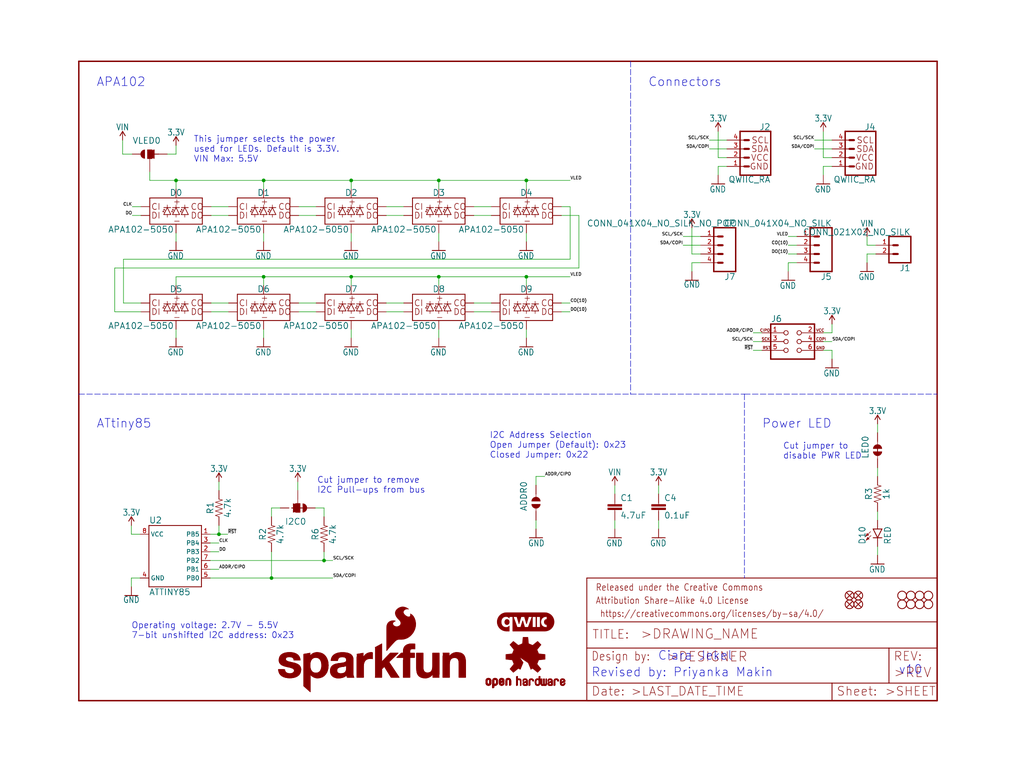
<source format=kicad_sch>
(kicad_sch (version 20211123) (generator eeschema)
  (paper "User" 297.002 223.926)
  (lib_symbols
    (symbol "eagleSchem-eagle-import:0.1UF-0603-25V-(+80{slash}-20%)"
      (property "Reference" "C" (at 1.524 2.921 0))
      (property "Value" "0.1UF-0603-25V-(+80{slash}-20%)" (at 1.524 -2.159 0))
      (symbol "0.1UF-0603-25V-(+80{slash}-20%)_1_0"
        (pin passive line (at 0 5.08 270) (length 2.54) (name "1") (number "1"))
        (pin passive line (at 0 -2.54 90) (length 2.54) (name "2") (number "2"))
      )
    )
    (symbol "eagleSchem-eagle-import:1KOHM-0603-1{slash}10W-1%"
      (property "Reference" "R" (at 0 1.524 0))
      (property "Value" "1KOHM-0603-1{slash}10W-1%" (at 0 -1.524 0))
      (symbol "1KOHM-0603-1{slash}10W-1%_1_0"
        (pin passive line (at -5.08 0 0) (length 2.54) (name "1") (number "1"))
        (pin passive line (at 5.08 0 180) (length 2.54) (name "2") (number "2"))
      )
    )
    (symbol "eagleSchem-eagle-import:3.3V" (power)
      (property "Value" "3.3V" (at 0 2.794 0))
      (symbol "3.3V_1_0"
        (pin power_in line (at 0 0 90) (length 2.54) (name "3.3V") (number "1"))
      )
    )
    (symbol "eagleSchem-eagle-import:4.7KOHM-0603-1{slash}10W-1%"
      (property "Reference" "R" (at 0 1.524 0))
      (property "Value" "4.7KOHM-0603-1{slash}10W-1%" (at 0 -1.524 0))
      (symbol "4.7KOHM-0603-1{slash}10W-1%_1_0"
        (pin passive line (at -5.08 0 0) (length 2.54) (name "1") (number "1"))
        (pin passive line (at 5.08 0 180) (length 2.54) (name "2") (number "2"))
      )
    )
    (symbol "eagleSchem-eagle-import:4.7UF-0603-6.3V-(10%)"
      (property "Reference" "C" (at 1.524 2.921 0))
      (property "Value" "4.7UF-0603-6.3V-(10%)" (at 1.524 -2.159 0))
      (symbol "4.7UF-0603-6.3V-(10%)_1_0"
        (pin passive line (at 0 5.08 270) (length 2.54) (name "1") (number "1"))
        (pin passive line (at 0 -2.54 90) (length 2.54) (name "2") (number "2"))
      )
    )
    (symbol "eagleSchem-eagle-import:APA102-5050"
      (property "Reference" "D" (at 4.826 5.334 0))
      (property "Value" "APA102-5050" (at 5.588 -4.826 0))
      (symbol "APA102-5050_1_0"
        (text "+" (at 0.254 4.064 0) (effects (font (size 1.778 1.778))))
        (text "-" (at 0.254 -1.524 0) (effects (font (size 1.778 1.778))))
        (text "CI" (at -5.842 2.54 0) (effects (font (size 1.778 1.778))))
        (text "CO" (at 6.096 2.54 0) (effects (font (size 1.778 1.778))))
        (text "DI" (at -5.842 0 0) (effects (font (size 1.778 1.778))))
        (text "DO" (at 6.096 0 0) (effects (font (size 1.778 1.778))))
        (pin bidirectional line (at -10.16 0 0) (length 2.54) (name "DI") (number "P1"))
        (pin bidirectional line (at -10.16 2.54 0) (length 2.54) (name "CI") (number "P2"))
        (pin bidirectional line (at 0 -5.08 90) (length 2.54) (name "GND") (number "P3"))
        (pin bidirectional line (at 0 7.62 270) (length 2.54) (name "VCC") (number "P4"))
        (pin bidirectional line (at 10.16 2.54 180) (length 2.54) (name "CO") (number "P5"))
        (pin bidirectional line (at 10.16 0 180) (length 2.54) (name "DO") (number "P6"))
      )
    )
    (symbol "eagleSchem-eagle-import:ATTINY85"
      (property "Reference" "U" (at -7.62 8.128 0))
      (property "Value" "ATTINY85" (at -7.62 -12.7 0))
      (symbol "ATTINY85_1_0"
        (pin bidirectional line (at 10.16 5.08 180) (length 2.54) (name "PB5") (number "1"))
        (pin bidirectional line (at 10.16 0 180) (length 2.54) (name "PB3") (number "2"))
        (pin bidirectional line (at 10.16 2.54 180) (length 2.54) (name "PB4") (number "3"))
        (pin bidirectional line (at -10.16 -7.62 0) (length 2.54) (name "GND") (number "4"))
        (pin bidirectional line (at 10.16 -7.62 180) (length 2.54) (name "PB0") (number "5"))
        (pin bidirectional line (at 10.16 -5.08 180) (length 2.54) (name "PB1") (number "6"))
        (pin bidirectional line (at 10.16 -2.54 180) (length 2.54) (name "PB2") (number "7"))
        (pin bidirectional line (at -10.16 5.08 0) (length 2.54) (name "VCC") (number "8"))
      )
    )
    (symbol "eagleSchem-eagle-import:AVR_SPI_PROG_3X2TESTPOINTS"
      (property "Reference" "J" (at -5.08 5.588 0))
      (property "Value" "AVR_SPI_PROG_3X2TESTPOINTS" (at -5.08 -7.366 0))
      (symbol "AVR_SPI_PROG_3X2TESTPOINTS_1_0"
        (text "CIPO" (at -5.207 2.794 0) (effects (font (size 0.8128 0.8128)) (justify right bottom)))
        (text "COPI" (at 8.001 0.254 0) (effects (font (size 0.8128 0.8128)) (justify left bottom)))
        (text "GND" (at 8.001 -2.286 0) (effects (font (size 0.8128 0.8128)) (justify left bottom)))
        (text "RST" (at -5.08 -2.286 0) (effects (font (size 0.8128 0.8128)) (justify right bottom)))
        (text "SCK" (at -5.207 0.254 0) (effects (font (size 0.8128 0.8128)) (justify right bottom)))
        (text "VCC" (at 8.001 2.794 0) (effects (font (size 0.8128 0.8128)) (justify left bottom)))
        (pin passive inverted (at -7.62 2.54 0) (length 7.62) (name "1") (number "1"))
        (pin passive inverted (at 10.16 2.54 180) (length 7.62) (name "2") (number "2"))
        (pin passive inverted (at -7.62 0 0) (length 7.62) (name "3") (number "3"))
        (pin passive inverted (at 10.16 0 180) (length 7.62) (name "4") (number "4"))
        (pin passive inverted (at -7.62 -2.54 0) (length 7.62) (name "5") (number "5"))
        (pin passive inverted (at 10.16 -2.54 180) (length 7.62) (name "6") (number "6"))
      )
    )
    (symbol "eagleSchem-eagle-import:CONN_021X02_NO_SILK"
      (property "Reference" "J" (at -2.54 5.588 0))
      (property "Value" "CONN_021X02_NO_SILK" (at -2.54 -4.826 0))
      (symbol "CONN_021X02_NO_SILK_1_0"
        (pin passive line (at 7.62 0 180) (length 5.08) (name "1") (number "1"))
        (pin passive line (at 7.62 2.54 180) (length 5.08) (name "2") (number "2"))
      )
    )
    (symbol "eagleSchem-eagle-import:CONN_041X04_NO_SILK"
      (property "Reference" "J" (at -5.08 8.128 0))
      (property "Value" "CONN_041X04_NO_SILK" (at -5.08 -7.366 0))
      (symbol "CONN_041X04_NO_SILK_1_0"
        (pin passive line (at 5.08 -2.54 180) (length 5.08) (name "1") (number "1"))
        (pin passive line (at 5.08 0 180) (length 5.08) (name "2") (number "2"))
        (pin passive line (at 5.08 2.54 180) (length 5.08) (name "3") (number "3"))
        (pin passive line (at 5.08 5.08 180) (length 5.08) (name "4") (number "4"))
      )
    )
    (symbol "eagleSchem-eagle-import:CONN_041X04_NO_SILK_NO_POP"
      (property "Reference" "J" (at -5.08 8.128 0))
      (property "Value" "CONN_041X04_NO_SILK_NO_POP" (at -5.08 -7.366 0))
      (symbol "CONN_041X04_NO_SILK_NO_POP_1_0"
        (pin passive line (at 5.08 -2.54 180) (length 5.08) (name "1") (number "1"))
        (pin passive line (at 5.08 0 180) (length 5.08) (name "2") (number "2"))
        (pin passive line (at 5.08 2.54 180) (length 5.08) (name "3") (number "3"))
        (pin passive line (at 5.08 5.08 180) (length 5.08) (name "4") (number "4"))
      )
    )
    (symbol "eagleSchem-eagle-import:FIDUCIALUFIDUCIAL")
    (symbol "eagleSchem-eagle-import:FRAME-LETTER"
      (symbol "FRAME-LETTER_2_0"
        (text " https://creativecommons.org/licenses/by-sa/4.0/" (at 2.54 24.13 0) (effects (font (size 1.9304 1.6408)) (justify left bottom)))
        (text ">DESIGNER" (at 23.114 11.176 0) (effects (font (size 2.7432 2.7432)) (justify left bottom)))
        (text ">DRAWING_NAME" (at 15.494 17.78 0) (effects (font (size 2.7432 2.7432)) (justify left bottom)))
        (text ">LAST_DATE_TIME" (at 12.7 1.27 0) (effects (font (size 2.54 2.54)) (justify left bottom)))
        (text ">REV" (at 88.9 6.604 0) (effects (font (size 2.7432 2.7432)) (justify left bottom)))
        (text ">SHEET" (at 86.36 1.27 0) (effects (font (size 2.54 2.54)) (justify left bottom)))
        (text "Attribution Share-Alike 4.0 License" (at 2.54 27.94 0) (effects (font (size 1.9304 1.6408)) (justify left bottom)))
        (text "Date:" (at 1.27 1.27 0) (effects (font (size 2.54 2.54)) (justify left bottom)))
        (text "Design by:" (at 1.27 11.43 0) (effects (font (size 2.54 2.159)) (justify left bottom)))
        (text "Released under the Creative Commons" (at 2.54 31.75 0) (effects (font (size 1.9304 1.6408)) (justify left bottom)))
        (text "REV:" (at 88.9 11.43 0) (effects (font (size 2.54 2.54)) (justify left bottom)))
        (text "Sheet:" (at 72.39 1.27 0) (effects (font (size 2.54 2.54)) (justify left bottom)))
        (text "TITLE:" (at 1.524 17.78 0) (effects (font (size 2.54 2.54)) (justify left bottom)))
      )
    )
    (symbol "eagleSchem-eagle-import:GND" (power)
      (property "Value" "GND" (at 0 -0.254 0))
      (symbol "GND_1_0"
        (pin power_in line (at 0 2.54 270) (length 2.54) (name "GND") (number "1"))
      )
    )
    (symbol "eagleSchem-eagle-import:JUMPER-SMT_2_NC_TRACE_SILK"
      (property "Reference" "JP" (at -2.54 2.54 0))
      (property "Value" "JUMPER-SMT_2_NC_TRACE_SILK" (at -2.54 -2.54 0))
      (symbol "JUMPER-SMT_2_NC_TRACE_SILK_1_0"
        (pin passive line (at -5.08 0 0) (length 2.54) (name "1") (number "1"))
        (pin passive line (at 5.08 0 180) (length 2.54) (name "2") (number "2"))
      )
    )
    (symbol "eagleSchem-eagle-import:JUMPER-SMT_2_NO_SILK"
      (property "Reference" "JP" (at -2.54 2.54 0))
      (property "Value" "JUMPER-SMT_2_NO_SILK" (at -2.54 -2.54 0))
      (symbol "JUMPER-SMT_2_NO_SILK_1_0"
        (pin passive line (at -5.08 0 0) (length 2.54) (name "1") (number "1"))
        (pin passive line (at 5.08 0 180) (length 2.54) (name "2") (number "2"))
      )
    )
    (symbol "eagleSchem-eagle-import:JUMPER-SMT_3_1-NC_TRACE_SILK"
      (property "Reference" "JP" (at 2.54 0.381 0))
      (property "Value" "JUMPER-SMT_3_1-NC_TRACE_SILK" (at 2.54 -0.381 0))
      (symbol "JUMPER-SMT_3_1-NC_TRACE_SILK_1_0"
        (pin passive line (at 0 5.08 270) (length 2.54) (name "1") (number "1"))
        (pin passive line (at -5.08 0 0) (length 2.54) (name "2") (number "2"))
        (pin passive line (at 0 -5.08 90) (length 2.54) (name "3") (number "3"))
      )
    )
    (symbol "eagleSchem-eagle-import:JUMPER-SMT_3_2-NC_TRACE_SILK"
      (property "Reference" "JP" (at 2.54 0.381 0))
      (property "Value" "JUMPER-SMT_3_2-NC_TRACE_SILK" (at 2.54 -0.381 0))
      (symbol "JUMPER-SMT_3_2-NC_TRACE_SILK_1_0"
        (pin passive line (at 0 5.08 270) (length 2.54) (name "1") (number "1"))
        (pin passive line (at -5.08 0 0) (length 2.54) (name "2") (number "2"))
        (pin passive line (at 0 -5.08 90) (length 2.54) (name "3") (number "3"))
      )
    )
    (symbol "eagleSchem-eagle-import:LED-RED0603"
      (property "Reference" "D" (at -3.429 -4.572 90))
      (property "Value" "LED-RED0603" (at 1.905 -4.572 90))
      (symbol "LED-RED0603_1_0"
        (pin passive line (at 0 2.54 270) (length 2.54) (name "A") (number "A"))
        (pin passive line (at 0 -5.08 90) (length 2.54) (name "C") (number "C"))
      )
    )
    (symbol "eagleSchem-eagle-import:OSHW-LOGOMINI")
    (symbol "eagleSchem-eagle-import:QWIIC_CONNECTORJS-1MM"
      (property "Reference" "J" (at -5.08 7.874 0))
      (property "Value" "QWIIC_CONNECTORJS-1MM" (at -5.08 -5.334 0))
      (symbol "QWIIC_CONNECTORJS-1MM_1_0"
        (text "GND" (at -4.572 -2.54 0) (effects (font (size 1.778 1.778)) (justify left)))
        (text "SCL" (at -4.572 5.08 0) (effects (font (size 1.778 1.778)) (justify left)))
        (text "SDA" (at -4.572 2.54 0) (effects (font (size 1.778 1.778)) (justify left)))
        (text "VCC" (at -4.572 0 0) (effects (font (size 1.778 1.778)) (justify left)))
        (pin power_in line (at 7.62 -2.54 180) (length 5.08) (name "1") (number "1"))
        (pin power_in line (at 7.62 0 180) (length 5.08) (name "2") (number "2"))
        (pin passive line (at 7.62 2.54 180) (length 5.08) (name "3") (number "3"))
        (pin passive line (at 7.62 5.08 180) (length 5.08) (name "4") (number "4"))
      )
    )
    (symbol "eagleSchem-eagle-import:QWIIC_LOGO_5MM")
    (symbol "eagleSchem-eagle-import:SFE_LOGO_FLAME.2_INCH")
    (symbol "eagleSchem-eagle-import:SFE_LOGO_NAME.2_INCH")
    (symbol "eagleSchem-eagle-import:STAND-OFF")
    (symbol "eagleSchem-eagle-import:VIN" (power)
      (property "Value" "VIN" (at 0 2.794 0))
      (symbol "VIN_1_0"
        (pin power_in line (at 0 0 90) (length 2.54) (name "VIN") (number "1"))
      )
    )
  )
  (junction (at 127.254 52.324))
  (junction (at 101.854 80.264))
  (junction (at 51.054 52.324))
  (junction (at 76.454 80.264))
  (junction (at 76.454 52.324))
  (junction (at 152.654 52.324))
  (junction (at 101.854 52.324))
  (junction (at 152.654 80.264))
  (junction (at 63.5 154.94))
  (junction (at 127.254 80.264))
  (junction (at 93.98 162.56))
  (junction (at 78.74 167.64))
  (polyline (pts (xy 215.9 114.3) (xy 271.78 114.3)))
  (wire (pts (xy 231.14 71.12) (xy 228.6 71.12)))
  (wire (pts (xy 152.654 82.804) (xy 152.654 80.264)))
  (wire (pts (xy 251.46 73.66) (xy 254 73.66)))
  (wire (pts (xy 228.6 78.74) (xy 228.6 76.2)))
  (wire (pts (xy 101.854 98.044) (xy 101.854 95.504)))
  (wire (pts (xy 60.96 157.48) (xy 63.5 157.48)))
  (polyline (pts (xy 182.88 114.3) (xy 215.9 114.3)))
  (wire (pts (xy 254 71.12) (xy 251.46 71.12)))
  (wire (pts (xy 91.44 147.32) (xy 93.98 147.32)))
  (wire (pts (xy 91.694 59.944) (xy 86.614 59.944)))
  (wire (pts (xy 155.448 138.176) (xy 157.988 138.176)))
  (wire (pts (xy 210.82 40.64) (xy 205.74 40.64)))
  (wire (pts (xy 66.294 87.884) (xy 61.214 87.884)))
  (wire (pts (xy 38.1 154.94) (xy 38.1 152.4)))
  (wire (pts (xy 203.2 73.66) (xy 200.66 73.66)))
  (wire (pts (xy 101.854 70.104) (xy 101.854 67.564)))
  (wire (pts (xy 48.514 44.704) (xy 51.054 44.704)))
  (polyline (pts (xy 215.9 114.3) (xy 215.9 167.64)))
  (wire (pts (xy 162.814 62.484) (xy 167.894 62.484)))
  (wire (pts (xy 203.2 76.2) (xy 200.66 76.2)))
  (wire (pts (xy 51.054 52.324) (xy 43.434 52.324)))
  (wire (pts (xy 210.82 43.18) (xy 205.74 43.18)))
  (wire (pts (xy 241.3 40.64) (xy 236.22 40.64)))
  (wire (pts (xy 117.094 87.884) (xy 112.014 87.884)))
  (wire (pts (xy 142.494 62.484) (xy 137.414 62.484)))
  (wire (pts (xy 191.008 150.876) (xy 191.008 153.416)))
  (wire (pts (xy 238.76 101.6) (xy 241.3 101.6)))
  (wire (pts (xy 210.82 45.72) (xy 208.28 45.72)))
  (wire (pts (xy 40.64 154.94) (xy 38.1 154.94)))
  (wire (pts (xy 63.5 154.94) (xy 66.04 154.94)))
  (wire (pts (xy 127.254 98.044) (xy 127.254 95.504)))
  (wire (pts (xy 117.094 59.944) (xy 112.014 59.944)))
  (wire (pts (xy 241.3 45.72) (xy 238.76 45.72)))
  (wire (pts (xy 127.254 54.864) (xy 127.254 52.324)))
  (wire (pts (xy 167.894 77.724) (xy 33.274 77.724)))
  (wire (pts (xy 35.56 44.704) (xy 35.56 40.64)))
  (wire (pts (xy 142.494 59.944) (xy 137.414 59.944)))
  (wire (pts (xy 38.354 44.704) (xy 35.56 44.704)))
  (wire (pts (xy 200.66 76.2) (xy 200.66 78.74)))
  (wire (pts (xy 152.654 70.104) (xy 152.654 67.564)))
  (wire (pts (xy 162.814 90.424) (xy 165.354 90.424)))
  (wire (pts (xy 254.508 150.876) (xy 254.508 148.336)))
  (wire (pts (xy 40.894 59.944) (xy 38.354 59.944)))
  (wire (pts (xy 78.74 147.32) (xy 78.74 149.86)))
  (wire (pts (xy 241.3 93.98) (xy 241.3 96.52)))
  (wire (pts (xy 93.98 162.56) (xy 96.52 162.56)))
  (wire (pts (xy 51.054 98.044) (xy 51.054 95.504)))
  (wire (pts (xy 63.5 139.7) (xy 63.5 142.24)))
  (wire (pts (xy 137.414 87.884) (xy 142.494 87.884)))
  (wire (pts (xy 76.454 52.324) (xy 101.854 52.324)))
  (wire (pts (xy 127.254 82.804) (xy 127.254 80.264)))
  (wire (pts (xy 51.054 82.804) (xy 51.054 80.264)))
  (wire (pts (xy 178.308 150.876) (xy 178.308 153.416)))
  (wire (pts (xy 165.354 75.184) (xy 35.814 75.184)))
  (wire (pts (xy 254.508 135.636) (xy 254.508 138.176)))
  (wire (pts (xy 208.28 45.72) (xy 208.28 38.1)))
  (wire (pts (xy 152.654 98.044) (xy 152.654 95.504)))
  (wire (pts (xy 165.354 52.324) (xy 152.654 52.324)))
  (wire (pts (xy 43.434 52.324) (xy 43.434 49.784)))
  (wire (pts (xy 155.448 140.716) (xy 155.448 138.176)))
  (wire (pts (xy 93.98 147.32) (xy 93.98 149.86)))
  (wire (pts (xy 167.894 62.484) (xy 167.894 77.724)))
  (wire (pts (xy 60.96 154.94) (xy 63.5 154.94)))
  (wire (pts (xy 231.14 68.58) (xy 228.6 68.58)))
  (wire (pts (xy 254.508 161.036) (xy 254.508 158.496)))
  (wire (pts (xy 38.1 167.64) (xy 38.1 170.18)))
  (polyline (pts (xy 22.86 114.3) (xy 182.88 114.3)))
  (wire (pts (xy 203.2 71.12) (xy 198.12 71.12)))
  (wire (pts (xy 86.36 139.7) (xy 86.36 142.24)))
  (wire (pts (xy 238.76 99.06) (xy 241.3 99.06)))
  (wire (pts (xy 152.654 54.864) (xy 152.654 52.324)))
  (wire (pts (xy 33.274 77.724) (xy 33.274 90.424)))
  (wire (pts (xy 101.854 80.264) (xy 127.254 80.264)))
  (wire (pts (xy 76.454 82.804) (xy 76.454 80.264)))
  (wire (pts (xy 220.98 96.52) (xy 218.44 96.52)))
  (wire (pts (xy 220.98 99.06) (xy 218.44 99.06)))
  (wire (pts (xy 101.854 82.804) (xy 101.854 80.264)))
  (wire (pts (xy 241.3 101.6) (xy 241.3 104.14)))
  (wire (pts (xy 117.094 62.484) (xy 112.014 62.484)))
  (wire (pts (xy 127.254 80.264) (xy 152.654 80.264)))
  (wire (pts (xy 101.854 54.864) (xy 101.854 52.324)))
  (wire (pts (xy 40.64 167.64) (xy 38.1 167.64)))
  (wire (pts (xy 254.508 122.936) (xy 254.508 125.476)))
  (wire (pts (xy 86.614 87.884) (xy 91.694 87.884)))
  (wire (pts (xy 251.46 71.12) (xy 251.46 68.58)))
  (wire (pts (xy 76.454 54.864) (xy 76.454 52.324)))
  (polyline (pts (xy 182.88 17.78) (xy 182.88 114.3)))
  (wire (pts (xy 60.96 165.1) (xy 63.5 165.1)))
  (wire (pts (xy 152.654 80.264) (xy 165.354 80.264)))
  (wire (pts (xy 238.76 96.52) (xy 241.3 96.52)))
  (wire (pts (xy 228.6 76.2) (xy 231.14 76.2)))
  (wire (pts (xy 112.014 90.424) (xy 117.094 90.424)))
  (wire (pts (xy 51.054 70.104) (xy 51.054 67.564)))
  (wire (pts (xy 35.814 87.884) (xy 40.894 87.884)))
  (wire (pts (xy 33.274 90.424) (xy 40.894 90.424)))
  (wire (pts (xy 40.894 62.484) (xy 38.354 62.484)))
  (wire (pts (xy 91.694 90.424) (xy 86.614 90.424)))
  (wire (pts (xy 162.814 59.944) (xy 165.354 59.944)))
  (wire (pts (xy 35.814 75.184) (xy 35.814 87.884)))
  (wire (pts (xy 78.74 167.64) (xy 96.52 167.64)))
  (wire (pts (xy 165.354 59.944) (xy 165.354 75.184)))
  (wire (pts (xy 60.96 160.02) (xy 63.5 160.02)))
  (wire (pts (xy 66.294 59.944) (xy 61.214 59.944)))
  (wire (pts (xy 200.66 73.66) (xy 200.66 66.04)))
  (wire (pts (xy 162.814 87.884) (xy 165.354 87.884)))
  (wire (pts (xy 178.308 140.716) (xy 178.308 143.256)))
  (wire (pts (xy 241.3 48.26) (xy 238.76 48.26)))
  (wire (pts (xy 93.98 162.56) (xy 93.98 160.02)))
  (wire (pts (xy 76.454 98.044) (xy 76.454 95.504)))
  (wire (pts (xy 76.454 70.104) (xy 76.454 67.564)))
  (wire (pts (xy 238.76 45.72) (xy 238.76 38.1)))
  (wire (pts (xy 78.74 160.02) (xy 78.74 167.64)))
  (wire (pts (xy 231.14 73.66) (xy 228.6 73.66)))
  (wire (pts (xy 60.96 162.56) (xy 93.98 162.56)))
  (wire (pts (xy 142.494 90.424) (xy 137.414 90.424)))
  (wire (pts (xy 155.448 153.416) (xy 155.448 150.876)))
  (wire (pts (xy 60.96 167.64) (xy 78.74 167.64)))
  (wire (pts (xy 203.2 68.58) (xy 198.12 68.58)))
  (wire (pts (xy 51.054 52.324) (xy 76.454 52.324)))
  (wire (pts (xy 208.28 48.26) (xy 208.28 50.8)))
  (wire (pts (xy 63.5 154.94) (xy 63.5 152.4)))
  (wire (pts (xy 251.46 76.2) (xy 251.46 73.66)))
  (wire (pts (xy 127.254 52.324) (xy 101.854 52.324)))
  (wire (pts (xy 127.254 70.104) (xy 127.254 67.564)))
  (wire (pts (xy 76.454 80.264) (xy 101.854 80.264)))
  (wire (pts (xy 238.76 48.26) (xy 238.76 50.8)))
  (wire (pts (xy 191.008 143.256) (xy 191.008 140.716)))
  (wire (pts (xy 152.654 52.324) (xy 127.254 52.324)))
  (wire (pts (xy 51.054 54.864) (xy 51.054 52.324)))
  (wire (pts (xy 51.054 80.264) (xy 76.454 80.264)))
  (wire (pts (xy 91.694 62.484) (xy 86.614 62.484)))
  (wire (pts (xy 51.054 44.704) (xy 51.054 42.164)))
  (wire (pts (xy 66.294 62.484) (xy 61.214 62.484)))
  (wire (pts (xy 66.294 90.424) (xy 61.214 90.424)))
  (wire (pts (xy 220.98 101.6) (xy 218.44 101.6)))
  (wire (pts (xy 241.3 43.18) (xy 236.22 43.18)))
  (wire (pts (xy 210.82 48.26) (xy 208.28 48.26)))
  (wire (pts (xy 81.28 147.32) (xy 78.74 147.32)))
  (text "Operating voltage: 2.7V - 5.5V\n7-bit unshifted I2C address: 0x23" (at 38.1 185.42 0) (effects (font (size 1.778 1.778)) (justify left bottom)))
  (text "Cut jumper to remove\nI2C Pull-ups from bus" (at 91.948 143.256 180) (effects (font (size 1.778 1.778)) (justify left bottom)))
  (text "ATtiny85" (at 27.94 124.46 180) (effects (font (size 2.54 2.54)) (justify left bottom)))
  (text "Cut jumper to\ndisable PWR LED" (at 227.076 133.35 180) (effects (font (size 1.778 1.778)) (justify left bottom)))
  (text "Revised by: Priyanka Makin" (at 171.45 196.596 180) (effects (font (size 2.54 2.54)) (justify left bottom)))
  (text "APA102" (at 27.94 25.4 180) (effects (font (size 2.54 2.54)) (justify left bottom)))
  (text "Power LED" (at 220.98 124.46 180) (effects (font (size 2.54 2.54)) (justify left bottom)))
  (text "This jumper selects the power\nused for LEDs. Default is 3.3V.\nVIN Max: 5.5V" (at 56.134 47.244 0) (effects (font (size 1.778 1.778)) (justify left bottom)))
  (text "v10" (at 260.604 195.834 180) (effects (font (size 2.54 2.54)) (justify left bottom)))
  (text "Connectors" (at 187.96 25.4 180) (effects (font (size 2.54 2.54)) (justify left bottom)))
  (text "Ciara Jekel" (at 190.754 191.77 180) (effects (font (size 2.54 2.54)) (justify left bottom)))
  (text "I2C Address Selection\nOpen Jumper (Default): 0x23\nClosed Jumper: 0x22" (at 141.986 133.096 0) (effects (font (size 1.778 1.778)) (justify left bottom)))
  (label "DO(10)" (at 165.354 90.424 0) (effects (font (size 0.889 0.889))))
  (label "VLED" (at 165.354 52.324 0) (effects (font (size 0.889 0.889))))
  (label "SDA/COPI" (at 205.74 43.18 180) (effects (font (size 0.889 0.889))))
  (label "CLK" (at 63.5 157.48 0) (effects (font (size 0.889 0.889))))
  (label "SDA/COPI" (at 236.22 43.18 180) (effects (font (size 0.889 0.889))))
  (label "SDA/COPI" (at 241.3 99.06 0) (effects (font (size 0.889 0.889))))
  (label "CO(10)" (at 165.354 87.884 0) (effects (font (size 0.889 0.889))))
  (label "VLED" (at 165.354 80.264 0) (effects (font (size 0.889 0.889))))
  (label "ADDR/CIPO" (at 63.5 165.1 0) (effects (font (size 0.889 0.889))))
  (label "SCL/SCK" (at 236.22 40.64 180) (effects (font (size 0.889 0.889))))
  (label "~{RST}" (at 66.04 154.94 0) (effects (font (size 0.889 0.889))))
  (label "SCL/SCK" (at 218.44 99.06 180) (effects (font (size 0.889 0.889))))
  (label "CO(10)" (at 228.6 71.12 180) (effects (font (size 0.889 0.889))))
  (label "~{RST}" (at 218.44 101.6 180) (effects (font (size 0.889 0.889))))
  (label "DO" (at 63.5 160.02 0) (effects (font (size 0.889 0.889))))
  (label "SDA/COPI" (at 96.52 167.64 0) (effects (font (size 0.889 0.889))))
  (label "DO" (at 38.354 62.484 180) (effects (font (size 0.889 0.889))))
  (label "VLED" (at 228.6 68.58 180) (effects (font (size 0.889 0.889))))
  (label "SCL/SCK" (at 205.74 40.64 180) (effects (font (size 0.889 0.889))))
  (label "ADDR/CIPO" (at 157.988 138.176 0) (effects (font (size 0.889 0.889))))
  (label "DO(10)" (at 228.6 73.66 180) (effects (font (size 0.889 0.889))))
  (label "ADDR/CIPO" (at 218.44 96.52 180) (effects (font (size 0.889 0.889))))
  (label "SDA/COPI" (at 198.12 71.12 180) (effects (font (size 0.889 0.889))))
  (label "SCL/SCK" (at 198.12 68.58 180) (effects (font (size 0.889 0.889))))
  (label "CLK" (at 38.354 59.944 180) (effects (font (size 0.889 0.889))))
  (label "SCL/SCK" (at 96.52 162.56 0) (effects (font (size 0.889 0.889))))
  (symbol (lib_id "eagleSchem-eagle-import:OSHW-LOGOMINI") (at 152.4 190.5 0) (unit 1)
    (property "Reference" "LOGO1" (effects hide))
    (property "Value" "OSHW-LOGOMINI" (effects hide))
    (property "Footprint" "eagleSchem:OSHW-LOGO-MINI" (effects hide))
  )
  (symbol (lib_id "eagleSchem-eagle-import:STAND-OFF") (at 261.62 172.72 0) (unit 1)
    (property "Reference" "H3" (effects hide))
    (property "Value" "STAND-OFF" (effects hide))
    (property "Footprint" "eagleSchem:STAND-OFF" (effects hide))
  )
  (symbol (lib_id "eagleSchem-eagle-import:GND") (at 51.054 100.584 0) (unit 1)
    (property "Reference" "#GND19" (effects hide))
    (property "Value" "GND" (at 48.514 103.124 0) (effects (font (size 1.778 1.5113)) (justify left bottom)))
    (property "Footprint" "eagleSchem:" (effects hide))
  )
  (symbol (lib_id "eagleSchem-eagle-import:0.1UF-0603-25V-(+80{slash}-20%)") (at 191.008 148.336 0) (unit 1)
    (property "Reference" "C4" (at 192.532 145.415 0) (effects (font (size 1.778 1.778)) (justify left bottom)))
    (property "Value" "0.1uF" (at 192.532 150.495 0) (effects (font (size 1.778 1.778)) (justify left bottom)))
    (property "Footprint" "eagleSchem:0603" (effects hide))
  )
  (symbol (lib_id "eagleSchem-eagle-import:APA102-5050") (at 152.654 62.484 0) (unit 1)
    (property "Reference" "D4" (at 152.654 56.896 0) (effects (font (size 1.778 1.778)) (justify bottom)))
    (property "Value" "APA102-5050" (at 142.494 67.564 0) (effects (font (size 1.778 1.778)) (justify bottom)))
    (property "Footprint" "eagleSchem:APA102-5050" (effects hide))
  )
  (symbol (lib_id "eagleSchem-eagle-import:FIDUCIALUFIDUCIAL") (at 246.38 175.26 0) (unit 1)
    (property "Reference" "JP5" (effects hide))
    (property "Value" "FIDUCIALUFIDUCIAL" (effects hide))
    (property "Footprint" "eagleSchem:FIDUCIAL-MICRO" (effects hide))
  )
  (symbol (lib_id "eagleSchem-eagle-import:FRAME-LETTER") (at 170.18 203.2 0) (unit 2)
    (property "Reference" "FRAME1" (effects hide))
    (property "Value" "FRAME-LETTER" (effects hide))
    (property "Footprint" "eagleSchem:CREATIVE_COMMONS" (effects hide))
  )
  (symbol (lib_id "eagleSchem-eagle-import:GND") (at 76.454 100.584 0) (unit 1)
    (property "Reference" "#GND20" (effects hide))
    (property "Value" "GND" (at 73.914 103.124 0) (effects (font (size 1.778 1.5113)) (justify left bottom)))
    (property "Footprint" "eagleSchem:" (effects hide))
  )
  (symbol (lib_id "eagleSchem-eagle-import:GND") (at 51.054 72.644 0) (unit 1)
    (property "Reference" "#GND14" (effects hide))
    (property "Value" "GND" (at 48.514 75.184 0) (effects (font (size 1.778 1.5113)) (justify left bottom)))
    (property "Footprint" "eagleSchem:" (effects hide))
  )
  (symbol (lib_id "eagleSchem-eagle-import:3.3V") (at 51.054 42.164 0) (unit 1)
    (property "Reference" "#SUPPLY18" (effects hide))
    (property "Value" "3.3V" (at 51.054 39.37 0) (effects (font (size 1.778 1.5113)) (justify bottom)))
    (property "Footprint" "eagleSchem:" (effects hide))
  )
  (symbol (lib_id "eagleSchem-eagle-import:APA102-5050") (at 76.454 90.424 0) (unit 1)
    (property "Reference" "D6" (at 76.454 84.836 0) (effects (font (size 1.778 1.778)) (justify bottom)))
    (property "Value" "APA102-5050" (at 66.294 95.504 0) (effects (font (size 1.778 1.778)) (justify bottom)))
    (property "Footprint" "eagleSchem:APA102-5050" (effects hide))
  )
  (symbol (lib_id "eagleSchem-eagle-import:GND") (at 152.654 100.584 0) (unit 1)
    (property "Reference" "#GND23" (effects hide))
    (property "Value" "GND" (at 150.114 103.124 0) (effects (font (size 1.778 1.5113)) (justify left bottom)))
    (property "Footprint" "eagleSchem:" (effects hide))
  )
  (symbol (lib_id "eagleSchem-eagle-import:4.7KOHM-0603-1{slash}10W-1%") (at 63.5 147.32 90) (unit 1)
    (property "Reference" "R1" (at 61.976 147.32 0) (effects (font (size 1.778 1.778)) (justify bottom)))
    (property "Value" "4.7k" (at 65.024 147.32 0) (effects (font (size 1.778 1.778)) (justify top)))
    (property "Footprint" "eagleSchem:0603" (effects hide))
  )
  (symbol (lib_id "eagleSchem-eagle-import:3.3V") (at 254.508 122.936 0) (unit 1)
    (property "Reference" "#SUPPLY10" (effects hide))
    (property "Value" "3.3V" (at 254.508 120.142 0) (effects (font (size 1.778 1.5113)) (justify bottom)))
    (property "Footprint" "eagleSchem:" (effects hide))
  )
  (symbol (lib_id "eagleSchem-eagle-import:APA102-5050") (at 127.254 62.484 0) (unit 1)
    (property "Reference" "D3" (at 127.254 56.896 0) (effects (font (size 1.778 1.778)) (justify bottom)))
    (property "Value" "APA102-5050" (at 117.094 67.564 0) (effects (font (size 1.778 1.778)) (justify bottom)))
    (property "Footprint" "eagleSchem:APA102-5050" (effects hide))
  )
  (symbol (lib_id "eagleSchem-eagle-import:QWIIC_CONNECTORJS-1MM") (at 218.44 45.72 0) (mirror y) (unit 1)
    (property "Reference" "J2" (at 223.52 37.846 0) (effects (font (size 1.778 1.778)) (justify left bottom)))
    (property "Value" "QWIIC_RA" (at 223.52 51.054 0) (effects (font (size 1.778 1.778)) (justify left top)))
    (property "Footprint" "eagleSchem:JST04_1MM_RA" (effects hide))
  )
  (symbol (lib_id "eagleSchem-eagle-import:CONN_021X02_NO_SILK") (at 261.62 71.12 180) (unit 1)
    (property "Reference" "J1" (at 264.16 76.708 0) (effects (font (size 1.778 1.778)) (justify left bottom)))
    (property "Value" "CONN_021X02_NO_SILK" (at 264.16 66.294 0) (effects (font (size 1.778 1.778)) (justify left bottom)))
    (property "Footprint" "eagleSchem:1X02_NO_SILK" (effects hide))
  )
  (symbol (lib_id "eagleSchem-eagle-import:APA102-5050") (at 76.454 62.484 0) (unit 1)
    (property "Reference" "D1" (at 76.454 56.896 0) (effects (font (size 1.778 1.778)) (justify bottom)))
    (property "Value" "APA102-5050" (at 66.294 67.564 0) (effects (font (size 1.778 1.778)) (justify bottom)))
    (property "Footprint" "eagleSchem:APA102-5050" (effects hide))
  )
  (symbol (lib_id "eagleSchem-eagle-import:GND") (at 238.76 53.34 0) (unit 1)
    (property "Reference" "#GND8" (effects hide))
    (property "Value" "GND" (at 236.22 55.88 0) (effects (font (size 1.778 1.5113)) (justify left bottom)))
    (property "Footprint" "eagleSchem:" (effects hide))
  )
  (symbol (lib_id "eagleSchem-eagle-import:GND") (at 38.1 172.72 0) (unit 1)
    (property "Reference" "#GND5" (effects hide))
    (property "Value" "GND" (at 38.1 172.974 0) (effects (font (size 1.778 1.5113)) (justify top)))
    (property "Footprint" "eagleSchem:" (effects hide))
  )
  (symbol (lib_id "eagleSchem-eagle-import:JUMPER-SMT_3_1-NC_TRACE_SILK") (at 43.434 44.704 90) (unit 1)
    (property "Reference" "VLED0" (at 38.354 41.783 90) (effects (font (size 1.778 1.778)) (justify right top)))
    (property "Value" "JUMPER-SMT_3_1-NC_TRACE_SILK" (effects hide))
    (property "Footprint" "eagleSchem:SMT-JUMPER_3_1-NC_TRACE_SILK" (effects hide))
  )
  (symbol (lib_id "eagleSchem-eagle-import:GND") (at 101.854 100.584 0) (unit 1)
    (property "Reference" "#GND21" (effects hide))
    (property "Value" "GND" (at 99.314 103.124 0) (effects (font (size 1.778 1.5113)) (justify left bottom)))
    (property "Footprint" "eagleSchem:" (effects hide))
  )
  (symbol (lib_id "eagleSchem-eagle-import:AVR_SPI_PROG_3X2TESTPOINTS") (at 228.6 99.06 0) (unit 1)
    (property "Reference" "J6" (at 223.52 93.472 0) (effects (font (size 1.778 1.778)) (justify left bottom)))
    (property "Value" "AVR_SPI_PROG_3X2TESTPOINTS" (effects hide))
    (property "Footprint" "eagleSchem:2X3_TEST_POINTS" (effects hide))
  )
  (symbol (lib_id "eagleSchem-eagle-import:3.3V") (at 191.008 140.716 0) (unit 1)
    (property "Reference" "#SUPPLY5" (effects hide))
    (property "Value" "3.3V" (at 191.008 137.922 0) (effects (font (size 1.778 1.5113)) (justify bottom)))
    (property "Footprint" "eagleSchem:" (effects hide))
  )
  (symbol (lib_id "eagleSchem-eagle-import:CONN_041X04_NO_SILK") (at 236.22 71.12 180) (unit 1)
    (property "Reference" "J5" (at 241.3 79.248 0) (effects (font (size 1.778 1.778)) (justify left bottom)))
    (property "Value" "CONN_041X04_NO_SILK" (at 241.3 63.754 0) (effects (font (size 1.778 1.778)) (justify left bottom)))
    (property "Footprint" "eagleSchem:1X04_NO_SILK" (effects hide))
  )
  (symbol (lib_id "eagleSchem-eagle-import:VIN") (at 178.308 140.716 0) (unit 1)
    (property "Reference" "#SUPPLY6" (effects hide))
    (property "Value" "VIN" (at 178.308 137.922 0) (effects (font (size 1.778 1.5113)) (justify bottom)))
    (property "Footprint" "eagleSchem:" (effects hide))
  )
  (symbol (lib_id "eagleSchem-eagle-import:SFE_LOGO_FLAME.2_INCH") (at 111.76 189.23 0) (unit 1)
    (property "Reference" "LOGO4" (effects hide))
    (property "Value" "SFE_LOGO_FLAME.2_INCH" (effects hide))
    (property "Footprint" "eagleSchem:SFE_LOGO_FLAME_.2" (effects hide))
  )
  (symbol (lib_id "eagleSchem-eagle-import:SFE_LOGO_NAME.2_INCH") (at 78.74 200.66 0) (unit 1)
    (property "Reference" "LOGO5" (effects hide))
    (property "Value" "SFE_LOGO_NAME.2_INCH" (effects hide))
    (property "Footprint" "eagleSchem:SFE_LOGO_NAME_.2" (effects hide))
  )
  (symbol (lib_id "eagleSchem-eagle-import:ATTINY85") (at 50.8 160.02 0) (unit 1)
    (property "Reference" "U2" (at 43.18 151.892 0) (effects (font (size 1.778 1.778)) (justify left bottom)))
    (property "Value" "ATTINY85" (at 43.18 172.72 0) (effects (font (size 1.778 1.778)) (justify left bottom)))
    (property "Footprint" "eagleSchem:ATTINY85" (effects hide))
  )
  (symbol (lib_id "eagleSchem-eagle-import:FIDUCIALUFIDUCIAL") (at 248.92 172.72 0) (unit 1)
    (property "Reference" "JP6" (effects hide))
    (property "Value" "FIDUCIALUFIDUCIAL" (effects hide))
    (property "Footprint" "eagleSchem:FIDUCIAL-MICRO" (effects hide))
  )
  (symbol (lib_id "eagleSchem-eagle-import:GND") (at 241.3 106.68 0) (unit 1)
    (property "Reference" "#GND2" (effects hide))
    (property "Value" "GND" (at 238.76 109.22 0) (effects (font (size 1.778 1.5113)) (justify left bottom)))
    (property "Footprint" "eagleSchem:" (effects hide))
  )
  (symbol (lib_id "eagleSchem-eagle-import:GND") (at 191.008 155.956 0) (unit 1)
    (property "Reference" "#GND4" (effects hide))
    (property "Value" "GND" (at 188.468 158.496 0) (effects (font (size 1.778 1.5113)) (justify left bottom)))
    (property "Footprint" "eagleSchem:" (effects hide))
  )
  (symbol (lib_id "eagleSchem-eagle-import:STAND-OFF") (at 266.7 172.72 0) (unit 1)
    (property "Reference" "JP7" (effects hide))
    (property "Value" "STAND-OFF" (effects hide))
    (property "Footprint" "eagleSchem:STAND-OFF" (effects hide))
  )
  (symbol (lib_id "eagleSchem-eagle-import:APA102-5050") (at 101.854 62.484 0) (unit 1)
    (property "Reference" "D2" (at 101.854 56.896 0) (effects (font (size 1.778 1.778)) (justify bottom)))
    (property "Value" "APA102-5050" (at 91.694 67.564 0) (effects (font (size 1.778 1.778)) (justify bottom)))
    (property "Footprint" "eagleSchem:APA102-5050" (effects hide))
  )
  (symbol (lib_id "eagleSchem-eagle-import:GND") (at 251.46 78.74 0) (unit 1)
    (property "Reference" "#GND1" (effects hide))
    (property "Value" "GND" (at 248.92 81.28 0) (effects (font (size 1.778 1.5113)) (justify left bottom)))
    (property "Footprint" "eagleSchem:" (effects hide))
  )
  (symbol (lib_id "eagleSchem-eagle-import:GND") (at 127.254 100.584 0) (unit 1)
    (property "Reference" "#GND22" (effects hide))
    (property "Value" "GND" (at 124.714 103.124 0) (effects (font (size 1.778 1.5113)) (justify left bottom)))
    (property "Footprint" "eagleSchem:" (effects hide))
  )
  (symbol (lib_id "eagleSchem-eagle-import:GND") (at 228.6 81.28 0) (unit 1)
    (property "Reference" "#GND10" (effects hide))
    (property "Value" "GND" (at 226.06 83.82 0) (effects (font (size 1.778 1.5113)) (justify left bottom)))
    (property "Footprint" "eagleSchem:" (effects hide))
  )
  (symbol (lib_id "eagleSchem-eagle-import:4.7UF-0603-6.3V-(10%)") (at 178.308 148.336 0) (unit 1)
    (property "Reference" "C1" (at 179.832 145.415 0) (effects (font (size 1.778 1.778)) (justify left bottom)))
    (property "Value" "4.7uF" (at 179.832 150.495 0) (effects (font (size 1.778 1.778)) (justify left bottom)))
    (property "Footprint" "eagleSchem:0603" (effects hide))
  )
  (symbol (lib_id "eagleSchem-eagle-import:3.3V") (at 38.1 152.4 0) (unit 1)
    (property "Reference" "#SUPPLY12" (effects hide))
    (property "Value" "3.3V" (at 38.1 149.606 0) (effects (font (size 1.778 1.5113)) (justify bottom)))
    (property "Footprint" "eagleSchem:" (effects hide))
  )
  (symbol (lib_id "eagleSchem-eagle-import:SFE_LOGO_NAME.2_INCH") (at 78.74 200.66 0) (unit 1)
    (property "Reference" "LOGO2" (effects hide))
    (property "Value" "SFE_LOGO_NAME.2_INCH" (effects hide))
    (property "Footprint" "eagleSchem:SFE_LOGO_NAME_.2" (effects hide))
  )
  (symbol (lib_id "eagleSchem-eagle-import:3.3V") (at 200.66 66.04 0) (unit 1)
    (property "Reference" "#SUPPLY1" (effects hide))
    (property "Value" "3.3V" (at 200.66 63.246 0) (effects (font (size 1.778 1.5113)) (justify bottom)))
    (property "Footprint" "eagleSchem:" (effects hide))
  )
  (symbol (lib_id "eagleSchem-eagle-import:STAND-OFF") (at 264.16 172.72 0) (unit 1)
    (property "Reference" "H1" (effects hide))
    (property "Value" "STAND-OFF" (effects hide))
    (property "Footprint" "eagleSchem:STAND-OFF" (effects hide))
  )
  (symbol (lib_id "eagleSchem-eagle-import:3.3V") (at 86.36 139.7 0) (unit 1)
    (property "Reference" "#SUPPLY9" (effects hide))
    (property "Value" "3.3V" (at 86.36 136.906 0) (effects (font (size 1.778 1.5113)) (justify bottom)))
    (property "Footprint" "eagleSchem:" (effects hide))
  )
  (symbol (lib_id "eagleSchem-eagle-import:APA102-5050") (at 152.654 90.424 0) (unit 1)
    (property "Reference" "D9" (at 152.654 84.836 0) (effects (font (size 1.778 1.778)) (justify bottom)))
    (property "Value" "APA102-5050" (at 142.494 95.504 0) (effects (font (size 1.778 1.778)) (justify bottom)))
    (property "Footprint" "eagleSchem:APA102-5050" (effects hide))
  )
  (symbol (lib_id "eagleSchem-eagle-import:JUMPER-SMT_2_NO_SILK") (at 155.448 145.796 90) (unit 1)
    (property "Reference" "ADDR0" (at 152.908 148.336 0) (effects (font (size 1.778 1.778)) (justify left bottom)))
    (property "Value" "JUMPER-SMT_2_NO_SILK" (effects hide))
    (property "Footprint" "eagleSchem:SMT-JUMPER_2_NO_SILK" (effects hide))
  )
  (symbol (lib_id "eagleSchem-eagle-import:VIN") (at 251.46 68.58 0) (unit 1)
    (property "Reference" "#SUPPLY7" (effects hide))
    (property "Value" "VIN" (at 251.46 65.786 0) (effects (font (size 1.778 1.5113)) (justify bottom)))
    (property "Footprint" "eagleSchem:" (effects hide))
  )
  (symbol (lib_id "eagleSchem-eagle-import:VIN") (at 35.56 40.64 0) (unit 1)
    (property "Reference" "#SUPPLY2" (effects hide))
    (property "Value" "VIN" (at 35.56 37.846 0) (effects (font (size 1.778 1.5113)) (justify bottom)))
    (property "Footprint" "eagleSchem:" (effects hide))
  )
  (symbol (lib_id "eagleSchem-eagle-import:QWIIC_LOGO_5MM") (at 152.4 180.34 0) (unit 1)
    (property "Reference" "LOGO3" (effects hide))
    (property "Value" "QWIIC_LOGO_5MM" (effects hide))
    (property "Footprint" "eagleSchem:QWIIC_5MM" (effects hide))
  )
  (symbol (lib_id "eagleSchem-eagle-import:4.7KOHM-0603-1{slash}10W-1%") (at 78.74 154.94 90) (unit 1)
    (property "Reference" "R2" (at 77.216 154.94 0) (effects (font (size 1.778 1.778)) (justify bottom)))
    (property "Value" "4.7k" (at 80.264 154.94 0) (effects (font (size 1.778 1.778)) (justify top)))
    (property "Footprint" "eagleSchem:0603" (effects hide))
  )
  (symbol (lib_id "eagleSchem-eagle-import:1KOHM-0603-1{slash}10W-1%") (at 254.508 143.256 90) (unit 1)
    (property "Reference" "R3" (at 252.984 143.256 0) (effects (font (size 1.778 1.778)) (justify bottom)))
    (property "Value" "1k" (at 256.032 143.256 0) (effects (font (size 1.778 1.778)) (justify top)))
    (property "Footprint" "eagleSchem:0603" (effects hide))
  )
  (symbol (lib_id "eagleSchem-eagle-import:STAND-OFF") (at 264.16 175.26 0) (unit 1)
    (property "Reference" "H2" (effects hide))
    (property "Value" "STAND-OFF" (effects hide))
    (property "Footprint" "eagleSchem:STAND-OFF" (effects hide))
  )
  (symbol (lib_id "eagleSchem-eagle-import:FIDUCIALUFIDUCIAL") (at 246.38 172.72 0) (unit 1)
    (property "Reference" "JP2" (effects hide))
    (property "Value" "FIDUCIALUFIDUCIAL" (effects hide))
    (property "Footprint" "eagleSchem:FIDUCIAL-MICRO" (effects hide))
  )
  (symbol (lib_id "eagleSchem-eagle-import:JUMPER-SMT_2_NC_TRACE_SILK") (at 254.508 130.556 90) (unit 1)
    (property "Reference" "LED0" (at 251.968 133.096 0) (effects (font (size 1.778 1.778)) (justify left bottom)))
    (property "Value" "JUMPER-SMT_2_NC_TRACE_SILK" (effects hide))
    (property "Footprint" "eagleSchem:SMT-JUMPER_2_NC_TRACE_SILK" (effects hide))
  )
  (symbol (lib_id "eagleSchem-eagle-import:GND") (at 155.448 155.956 0) (mirror y) (unit 1)
    (property "Reference" "#GND9" (effects hide))
    (property "Value" "GND" (at 157.988 158.496 0) (effects (font (size 1.778 1.5113)) (justify left bottom)))
    (property "Footprint" "eagleSchem:" (effects hide))
  )
  (symbol (lib_id "eagleSchem-eagle-import:FRAME-LETTER") (at 22.86 203.2 0) (unit 1)
    (property "Reference" "FRAME1" (effects hide))
    (property "Value" "FRAME-LETTER" (effects hide))
    (property "Footprint" "eagleSchem:CREATIVE_COMMONS" (effects hide))
  )
  (symbol (lib_id "eagleSchem-eagle-import:JUMPER-SMT_3_2-NC_TRACE_SILK") (at 86.36 147.32 270) (unit 1)
    (property "Reference" "I2C0" (at 88.9 150.241 90) (effects (font (size 1.778 1.778)) (justify right top)))
    (property "Value" "JUMPER-SMT_3_2-NC_TRACE_SILK" (effects hide))
    (property "Footprint" "eagleSchem:SMT-JUMPER_3_2-NC_TRACE_SILK" (effects hide))
  )
  (symbol (lib_id "eagleSchem-eagle-import:GND") (at 254.508 163.576 0) (unit 1)
    (property "Reference" "#GND3" (effects hide))
    (property "Value" "GND" (at 251.968 166.116 0) (effects (font (size 1.778 1.5113)) (justify left bottom)))
    (property "Footprint" "eagleSchem:" (effects hide))
  )
  (symbol (lib_id "eagleSchem-eagle-import:GND") (at 152.654 72.644 0) (unit 1)
    (property "Reference" "#GND18" (effects hide))
    (property "Value" "GND" (at 150.114 75.184 0) (effects (font (size 1.778 1.5113)) (justify left bottom)))
    (property "Footprint" "eagleSchem:" (effects hide))
  )
  (symbol (lib_id "eagleSchem-eagle-import:GND") (at 76.454 72.644 0) (unit 1)
    (property "Reference" "#GND15" (effects hide))
    (property "Value" "GND" (at 73.914 75.184 0) (effects (font (size 1.778 1.5113)) (justify left bottom)))
    (property "Footprint" "eagleSchem:" (effects hide))
  )
  (symbol (lib_id "eagleSchem-eagle-import:3.3V") (at 241.3 93.98 0) (unit 1)
    (property "Reference" "#SUPPLY3" (effects hide))
    (property "Value" "3.3V" (at 241.3 91.186 0) (effects (font (size 1.778 1.5113)) (justify bottom)))
    (property "Footprint" "eagleSchem:" (effects hide))
  )
  (symbol (lib_id "eagleSchem-eagle-import:GND") (at 127.254 72.644 0) (unit 1)
    (property "Reference" "#GND17" (effects hide))
    (property "Value" "GND" (at 124.714 75.184 0) (effects (font (size 1.778 1.5113)) (justify left bottom)))
    (property "Footprint" "eagleSchem:" (effects hide))
  )
  (symbol (lib_id "eagleSchem-eagle-import:CONN_041X04_NO_SILK_NO_POP") (at 208.28 71.12 180) (unit 1)
    (property "Reference" "J7" (at 213.36 79.248 0) (effects (font (size 1.778 1.778)) (justify left bottom)))
    (property "Value" "CONN_041X04_NO_SILK_NO_POP" (at 213.36 63.754 0) (effects (font (size 1.778 1.778)) (justify left bottom)))
    (property "Footprint" "eagleSchem:1X04_NO_SILK" (effects hide))
  )
  (symbol (lib_id "eagleSchem-eagle-import:GND") (at 208.28 53.34 0) (unit 1)
    (property "Reference" "#GND6" (effects hide))
    (property "Value" "GND" (at 205.74 55.88 0) (effects (font (size 1.778 1.5113)) (justify left bottom)))
    (property "Footprint" "eagleSchem:" (effects hide))
  )
  (symbol (lib_id "eagleSchem-eagle-import:GND") (at 101.854 72.644 0) (unit 1)
    (property "Reference" "#GND16" (effects hide))
    (property "Value" "GND" (at 99.314 75.184 0) (effects (font (size 1.778 1.5113)) (justify left bottom)))
    (property "Footprint" "eagleSchem:" (effects hide))
  )
  (symbol (lib_id "eagleSchem-eagle-import:GND") (at 178.308 155.956 0) (unit 1)
    (property "Reference" "#GND11" (effects hide))
    (property "Value" "GND" (at 175.768 158.496 0) (effects (font (size 1.778 1.5113)) (justify left bottom)))
    (property "Footprint" "eagleSchem:" (effects hide))
  )
  (symbol (lib_id "eagleSchem-eagle-import:4.7KOHM-0603-1{slash}10W-1%") (at 93.98 154.94 90) (unit 1)
    (property "Reference" "R6" (at 92.456 154.94 0) (effects (font (size 1.778 1.778)) (justify bottom)))
    (property "Value" "4.7k" (at 95.504 154.94 0) (effects (font (size 1.778 1.778)) (justify top)))
    (property "Footprint" "eagleSchem:0603" (effects hide))
  )
  (symbol (lib_id "eagleSchem-eagle-import:STAND-OFF") (at 269.24 172.72 0) (unit 1)
    (property "Reference" "JP3" (effects hide))
    (property "Value" "STAND-OFF" (effects hide))
    (property "Footprint" "eagleSchem:STAND-OFF" (effects hide))
  )
  (symbol (lib_id "eagleSchem-eagle-import:APA102-5050") (at 101.854 90.424 0) (unit 1)
    (property "Reference" "D7" (at 101.854 84.836 0) (effects (font (size 1.778 1.778)) (justify bottom)))
    (property "Value" "APA102-5050" (at 91.694 95.504 0) (effects (font (size 1.778 1.778)) (justify bottom)))
    (property "Footprint" "eagleSchem:APA102-5050" (effects hide))
  )
  (symbol (lib_id "eagleSchem-eagle-import:3.3V") (at 208.28 38.1 0) (unit 1)
    (property "Reference" "#SUPPLY4" (effects hide))
    (property "Value" "3.3V" (at 208.28 35.306 0) (effects (font (size 1.778 1.5113)) (justify bottom)))
    (property "Footprint" "eagleSchem:" (effects hide))
  )
  (symbol (lib_id "eagleSchem-eagle-import:QWIIC_CONNECTORJS-1MM") (at 248.92 45.72 0) (mirror y) (unit 1)
    (property "Reference" "J4" (at 254 37.846 0) (effects (font (size 1.778 1.778)) (justify left bottom)))
    (property "Value" "QWIIC_RA" (at 254 51.054 0) (effects (font (size 1.778 1.778)) (justify left top)))
    (property "Footprint" "eagleSchem:JST04_1MM_RA" (effects hide))
  )
  (symbol (lib_id "eagleSchem-eagle-import:FIDUCIALUFIDUCIAL") (at 248.92 175.26 0) (unit 1)
    (property "Reference" "JP1" (effects hide))
    (property "Value" "FIDUCIALUFIDUCIAL" (effects hide))
    (property "Footprint" "eagleSchem:FIDUCIAL-MICRO" (effects hide))
  )
  (symbol (lib_id "eagleSchem-eagle-import:GND") (at 200.66 81.28 0) (unit 1)
    (property "Reference" "#GND12" (effects hide))
    (property "Value" "GND" (at 200.66 81.534 0) (effects (font (size 1.778 1.5113)) (justify top)))
    (property "Footprint" "eagleSchem:" (effects hide))
  )
  (symbol (lib_id "eagleSchem-eagle-import:STAND-OFF") (at 269.24 175.26 0) (unit 1)
    (property "Reference" "JP4" (effects hide))
    (property "Value" "STAND-OFF" (effects hide))
    (property "Footprint" "eagleSchem:STAND-OFF" (effects hide))
  )
  (symbol (lib_id "eagleSchem-eagle-import:APA102-5050") (at 51.054 62.484 0) (unit 1)
    (property "Reference" "D0" (at 51.054 56.896 0) (effects (font (size 1.778 1.778)) (justify bottom)))
    (property "Value" "APA102-5050" (at 40.894 67.564 0) (effects (font (size 1.778 1.778)) (justify bottom)))
    (property "Footprint" "eagleSchem:APA102-5050" (effects hide))
  )
  (symbol (lib_id "eagleSchem-eagle-import:LED-RED0603") (at 254.508 153.416 0) (unit 1)
    (property "Reference" "D10" (at 251.079 157.988 90) (effects (font (size 1.778 1.778)) (justify left bottom)))
    (property "Value" "RED" (at 256.413 157.988 90) (effects (font (size 1.778 1.778)) (justify left top)))
    (property "Footprint" "eagleSchem:LED-0603" (effects hide))
  )
  (symbol (lib_id "eagleSchem-eagle-import:APA102-5050") (at 51.054 90.424 0) (unit 1)
    (property "Reference" "D5" (at 51.054 84.836 0) (effects (font (size 1.778 1.778)) (justify bottom)))
    (property "Value" "APA102-5050" (at 40.894 95.504 0) (effects (font (size 1.778 1.778)) (justify bottom)))
    (property "Footprint" "eagleSchem:APA102-5050" (effects hide))
  )
  (symbol (lib_id "eagleSchem-eagle-import:3.3V") (at 63.5 139.7 0) (unit 1)
    (property "Reference" "#SUPPLY13" (effects hide))
    (property "Value" "3.3V" (at 63.5 136.906 0) (effects (font (size 1.778 1.5113)) (justify bottom)))
    (property "Footprint" "eagleSchem:" (effects hide))
  )
  (symbol (lib_id "eagleSchem-eagle-import:3.3V") (at 238.76 38.1 0) (unit 1)
    (property "Reference" "#SUPPLY8" (effects hide))
    (property "Value" "3.3V" (at 238.76 35.306 0) (effects (font (size 1.778 1.5113)) (justify bottom)))
    (property "Footprint" "eagleSchem:" (effects hide))
  )
  (symbol (lib_id "eagleSchem-eagle-import:STAND-OFF") (at 261.62 175.26 0) (unit 1)
    (property "Reference" "H4" (effects hide))
    (property "Value" "STAND-OFF" (effects hide))
    (property "Footprint" "eagleSchem:STAND-OFF" (effects hide))
  )
  (symbol (lib_id "eagleSchem-eagle-import:APA102-5050") (at 127.254 90.424 0) (unit 1)
    (property "Reference" "D8" (at 127.254 84.836 0) (effects (font (size 1.778 1.778)) (justify bottom)))
    (property "Value" "APA102-5050" (at 117.094 95.504 0) (effects (font (size 1.778 1.778)) (justify bottom)))
    (property "Footprint" "eagleSchem:APA102-5050" (effects hide))
  )
  (symbol (lib_id "eagleSchem-eagle-import:STAND-OFF") (at 266.7 175.26 0) (unit 1)
    (property "Reference" "JP8" (effects hide))
    (property "Value" "STAND-OFF" (effects hide))
    (property "Footprint" "eagleSchem:STAND-OFF" (effects hide))
  )
)
</source>
